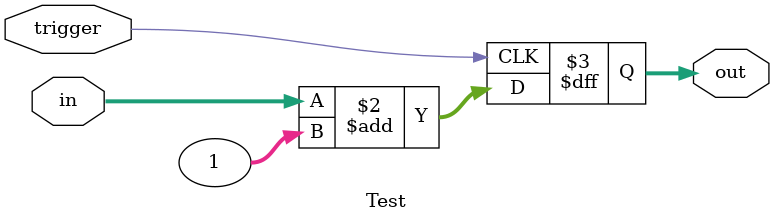
<source format=v>
`timescale 1ns / 1ps
module Test(
input wire trigger,
input wire[31:0] in = 0,
output reg[31:0] out
    );


always @ (posedge trigger)
	out <= in + 1;

endmodule

</source>
